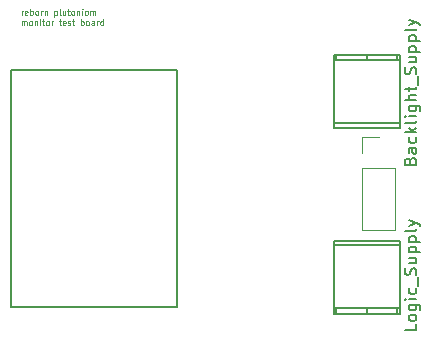
<source format=gbr>
G04 #@! TF.GenerationSoftware,KiCad,Pcbnew,no-vcs-found-be10de8~57~ubuntu16.10.1*
G04 #@! TF.CreationDate,2017-03-16T12:00:26+01:00*
G04 #@! TF.ProjectId,reborn-plutonium-monitor,7265626F726E2D706C75746F6E69756D,rev?*
G04 #@! TF.FileFunction,Legend,Top*
G04 #@! TF.FilePolarity,Positive*
%FSLAX46Y46*%
G04 Gerber Fmt 4.6, Leading zero omitted, Abs format (unit mm)*
G04 Created by KiCad (PCBNEW no-vcs-found-be10de8~57~ubuntu16.10.1) date Thu Mar 16 12:00:26 2017*
%MOMM*%
%LPD*%
G01*
G04 APERTURE LIST*
%ADD10C,0.100000*%
%ADD11C,0.125000*%
%ADD12C,0.150000*%
%ADD13C,0.120000*%
G04 APERTURE END LIST*
D10*
D11*
X187800297Y-30288690D02*
X187800297Y-29955357D01*
X187800297Y-30050595D02*
X187824107Y-30002976D01*
X187847916Y-29979166D01*
X187895535Y-29955357D01*
X187943154Y-29955357D01*
X188300297Y-30264880D02*
X188252678Y-30288690D01*
X188157440Y-30288690D01*
X188109821Y-30264880D01*
X188086011Y-30217261D01*
X188086011Y-30026785D01*
X188109821Y-29979166D01*
X188157440Y-29955357D01*
X188252678Y-29955357D01*
X188300297Y-29979166D01*
X188324107Y-30026785D01*
X188324107Y-30074404D01*
X188086011Y-30122023D01*
X188538392Y-30288690D02*
X188538392Y-29788690D01*
X188538392Y-29979166D02*
X188586011Y-29955357D01*
X188681250Y-29955357D01*
X188728869Y-29979166D01*
X188752678Y-30002976D01*
X188776488Y-30050595D01*
X188776488Y-30193452D01*
X188752678Y-30241071D01*
X188728869Y-30264880D01*
X188681250Y-30288690D01*
X188586011Y-30288690D01*
X188538392Y-30264880D01*
X189062202Y-30288690D02*
X189014583Y-30264880D01*
X188990773Y-30241071D01*
X188966964Y-30193452D01*
X188966964Y-30050595D01*
X188990773Y-30002976D01*
X189014583Y-29979166D01*
X189062202Y-29955357D01*
X189133630Y-29955357D01*
X189181250Y-29979166D01*
X189205059Y-30002976D01*
X189228869Y-30050595D01*
X189228869Y-30193452D01*
X189205059Y-30241071D01*
X189181250Y-30264880D01*
X189133630Y-30288690D01*
X189062202Y-30288690D01*
X189443154Y-30288690D02*
X189443154Y-29955357D01*
X189443154Y-30050595D02*
X189466964Y-30002976D01*
X189490773Y-29979166D01*
X189538392Y-29955357D01*
X189586011Y-29955357D01*
X189752678Y-29955357D02*
X189752678Y-30288690D01*
X189752678Y-30002976D02*
X189776488Y-29979166D01*
X189824107Y-29955357D01*
X189895535Y-29955357D01*
X189943154Y-29979166D01*
X189966964Y-30026785D01*
X189966964Y-30288690D01*
X190586011Y-29955357D02*
X190586011Y-30455357D01*
X190586011Y-29979166D02*
X190633630Y-29955357D01*
X190728869Y-29955357D01*
X190776488Y-29979166D01*
X190800297Y-30002976D01*
X190824107Y-30050595D01*
X190824107Y-30193452D01*
X190800297Y-30241071D01*
X190776488Y-30264880D01*
X190728869Y-30288690D01*
X190633630Y-30288690D01*
X190586011Y-30264880D01*
X191109821Y-30288690D02*
X191062202Y-30264880D01*
X191038392Y-30217261D01*
X191038392Y-29788690D01*
X191514583Y-29955357D02*
X191514583Y-30288690D01*
X191300297Y-29955357D02*
X191300297Y-30217261D01*
X191324107Y-30264880D01*
X191371726Y-30288690D01*
X191443154Y-30288690D01*
X191490773Y-30264880D01*
X191514583Y-30241071D01*
X191681250Y-29955357D02*
X191871726Y-29955357D01*
X191752678Y-29788690D02*
X191752678Y-30217261D01*
X191776488Y-30264880D01*
X191824107Y-30288690D01*
X191871726Y-30288690D01*
X192109821Y-30288690D02*
X192062202Y-30264880D01*
X192038392Y-30241071D01*
X192014583Y-30193452D01*
X192014583Y-30050595D01*
X192038392Y-30002976D01*
X192062202Y-29979166D01*
X192109821Y-29955357D01*
X192181250Y-29955357D01*
X192228869Y-29979166D01*
X192252678Y-30002976D01*
X192276488Y-30050595D01*
X192276488Y-30193452D01*
X192252678Y-30241071D01*
X192228869Y-30264880D01*
X192181250Y-30288690D01*
X192109821Y-30288690D01*
X192490773Y-29955357D02*
X192490773Y-30288690D01*
X192490773Y-30002976D02*
X192514583Y-29979166D01*
X192562202Y-29955357D01*
X192633630Y-29955357D01*
X192681250Y-29979166D01*
X192705059Y-30026785D01*
X192705059Y-30288690D01*
X192943154Y-30288690D02*
X192943154Y-29955357D01*
X192943154Y-29788690D02*
X192919345Y-29812500D01*
X192943154Y-29836309D01*
X192966964Y-29812500D01*
X192943154Y-29788690D01*
X192943154Y-29836309D01*
X193252678Y-30288690D02*
X193205059Y-30264880D01*
X193181250Y-30241071D01*
X193157440Y-30193452D01*
X193157440Y-30050595D01*
X193181250Y-30002976D01*
X193205059Y-29979166D01*
X193252678Y-29955357D01*
X193324107Y-29955357D01*
X193371726Y-29979166D01*
X193395535Y-30002976D01*
X193419345Y-30050595D01*
X193419345Y-30193452D01*
X193395535Y-30241071D01*
X193371726Y-30264880D01*
X193324107Y-30288690D01*
X193252678Y-30288690D01*
X193633630Y-30288690D02*
X193633630Y-29955357D01*
X193633630Y-30002976D02*
X193657440Y-29979166D01*
X193705059Y-29955357D01*
X193776488Y-29955357D01*
X193824107Y-29979166D01*
X193847916Y-30026785D01*
X193847916Y-30288690D01*
X193847916Y-30026785D02*
X193871726Y-29979166D01*
X193919345Y-29955357D01*
X193990773Y-29955357D01*
X194038392Y-29979166D01*
X194062202Y-30026785D01*
X194062202Y-30288690D01*
X187800297Y-31163690D02*
X187800297Y-30830357D01*
X187800297Y-30877976D02*
X187824107Y-30854166D01*
X187871726Y-30830357D01*
X187943154Y-30830357D01*
X187990773Y-30854166D01*
X188014583Y-30901785D01*
X188014583Y-31163690D01*
X188014583Y-30901785D02*
X188038392Y-30854166D01*
X188086011Y-30830357D01*
X188157440Y-30830357D01*
X188205059Y-30854166D01*
X188228869Y-30901785D01*
X188228869Y-31163690D01*
X188538392Y-31163690D02*
X188490773Y-31139880D01*
X188466964Y-31116071D01*
X188443154Y-31068452D01*
X188443154Y-30925595D01*
X188466964Y-30877976D01*
X188490773Y-30854166D01*
X188538392Y-30830357D01*
X188609821Y-30830357D01*
X188657440Y-30854166D01*
X188681250Y-30877976D01*
X188705059Y-30925595D01*
X188705059Y-31068452D01*
X188681250Y-31116071D01*
X188657440Y-31139880D01*
X188609821Y-31163690D01*
X188538392Y-31163690D01*
X188919345Y-30830357D02*
X188919345Y-31163690D01*
X188919345Y-30877976D02*
X188943154Y-30854166D01*
X188990773Y-30830357D01*
X189062202Y-30830357D01*
X189109821Y-30854166D01*
X189133630Y-30901785D01*
X189133630Y-31163690D01*
X189371726Y-31163690D02*
X189371726Y-30830357D01*
X189371726Y-30663690D02*
X189347916Y-30687500D01*
X189371726Y-30711309D01*
X189395535Y-30687500D01*
X189371726Y-30663690D01*
X189371726Y-30711309D01*
X189538392Y-30830357D02*
X189728869Y-30830357D01*
X189609821Y-30663690D02*
X189609821Y-31092261D01*
X189633630Y-31139880D01*
X189681250Y-31163690D01*
X189728869Y-31163690D01*
X189966964Y-31163690D02*
X189919345Y-31139880D01*
X189895535Y-31116071D01*
X189871726Y-31068452D01*
X189871726Y-30925595D01*
X189895535Y-30877976D01*
X189919345Y-30854166D01*
X189966964Y-30830357D01*
X190038392Y-30830357D01*
X190086011Y-30854166D01*
X190109821Y-30877976D01*
X190133630Y-30925595D01*
X190133630Y-31068452D01*
X190109821Y-31116071D01*
X190086011Y-31139880D01*
X190038392Y-31163690D01*
X189966964Y-31163690D01*
X190347916Y-31163690D02*
X190347916Y-30830357D01*
X190347916Y-30925595D02*
X190371726Y-30877976D01*
X190395535Y-30854166D01*
X190443154Y-30830357D01*
X190490773Y-30830357D01*
X190966964Y-30830357D02*
X191157440Y-30830357D01*
X191038392Y-30663690D02*
X191038392Y-31092261D01*
X191062202Y-31139880D01*
X191109821Y-31163690D01*
X191157440Y-31163690D01*
X191514583Y-31139880D02*
X191466964Y-31163690D01*
X191371726Y-31163690D01*
X191324107Y-31139880D01*
X191300297Y-31092261D01*
X191300297Y-30901785D01*
X191324107Y-30854166D01*
X191371726Y-30830357D01*
X191466964Y-30830357D01*
X191514583Y-30854166D01*
X191538392Y-30901785D01*
X191538392Y-30949404D01*
X191300297Y-30997023D01*
X191728869Y-31139880D02*
X191776488Y-31163690D01*
X191871726Y-31163690D01*
X191919345Y-31139880D01*
X191943154Y-31092261D01*
X191943154Y-31068452D01*
X191919345Y-31020833D01*
X191871726Y-30997023D01*
X191800297Y-30997023D01*
X191752678Y-30973214D01*
X191728869Y-30925595D01*
X191728869Y-30901785D01*
X191752678Y-30854166D01*
X191800297Y-30830357D01*
X191871726Y-30830357D01*
X191919345Y-30854166D01*
X192086011Y-30830357D02*
X192276488Y-30830357D01*
X192157440Y-30663690D02*
X192157440Y-31092261D01*
X192181250Y-31139880D01*
X192228869Y-31163690D01*
X192276488Y-31163690D01*
X192824107Y-31163690D02*
X192824107Y-30663690D01*
X192824107Y-30854166D02*
X192871726Y-30830357D01*
X192966964Y-30830357D01*
X193014583Y-30854166D01*
X193038392Y-30877976D01*
X193062202Y-30925595D01*
X193062202Y-31068452D01*
X193038392Y-31116071D01*
X193014583Y-31139880D01*
X192966964Y-31163690D01*
X192871726Y-31163690D01*
X192824107Y-31139880D01*
X193347916Y-31163690D02*
X193300297Y-31139880D01*
X193276488Y-31116071D01*
X193252678Y-31068452D01*
X193252678Y-30925595D01*
X193276488Y-30877976D01*
X193300297Y-30854166D01*
X193347916Y-30830357D01*
X193419345Y-30830357D01*
X193466964Y-30854166D01*
X193490773Y-30877976D01*
X193514583Y-30925595D01*
X193514583Y-31068452D01*
X193490773Y-31116071D01*
X193466964Y-31139880D01*
X193419345Y-31163690D01*
X193347916Y-31163690D01*
X193943154Y-31163690D02*
X193943154Y-30901785D01*
X193919345Y-30854166D01*
X193871726Y-30830357D01*
X193776488Y-30830357D01*
X193728869Y-30854166D01*
X193943154Y-31139880D02*
X193895535Y-31163690D01*
X193776488Y-31163690D01*
X193728869Y-31139880D01*
X193705059Y-31092261D01*
X193705059Y-31044642D01*
X193728869Y-30997023D01*
X193776488Y-30973214D01*
X193895535Y-30973214D01*
X193943154Y-30949404D01*
X194181250Y-31163690D02*
X194181250Y-30830357D01*
X194181250Y-30925595D02*
X194205059Y-30877976D01*
X194228869Y-30854166D01*
X194276488Y-30830357D01*
X194324107Y-30830357D01*
X194705059Y-31163690D02*
X194705059Y-30663690D01*
X194705059Y-31139880D02*
X194657440Y-31163690D01*
X194562202Y-31163690D01*
X194514583Y-31139880D01*
X194490773Y-31116071D01*
X194466964Y-31068452D01*
X194466964Y-30925595D01*
X194490773Y-30877976D01*
X194514583Y-30854166D01*
X194562202Y-30830357D01*
X194657440Y-30830357D01*
X194705059Y-30854166D01*
D12*
X200925000Y-55000000D02*
X186925000Y-55000000D01*
X186925000Y-55000000D02*
X186925000Y-35000000D01*
X186925000Y-35000000D02*
X200925000Y-35000000D01*
X200925000Y-35000000D02*
X200925000Y-55000000D01*
X214220920Y-49401200D02*
X214220920Y-55598800D01*
X219819080Y-49401200D02*
X214220920Y-49401200D01*
X219819080Y-55598800D02*
X219819080Y-49401200D01*
X214220920Y-55598800D02*
X219819080Y-55598800D01*
X214220920Y-49799980D02*
X219819080Y-49799980D01*
X217020000Y-55598800D02*
X217020000Y-55100960D01*
X219620960Y-55100960D02*
X219620960Y-55598800D01*
X214419040Y-55598800D02*
X214419040Y-55100960D01*
X219819080Y-55100960D02*
X214220920Y-55100960D01*
X214220920Y-34149040D02*
X219819080Y-34149040D01*
X219620960Y-33651200D02*
X219620960Y-34149040D01*
X214419040Y-34149040D02*
X214419040Y-33651200D01*
X217020000Y-33651200D02*
X217020000Y-34149040D01*
X219819080Y-39450020D02*
X214220920Y-39450020D01*
X219819080Y-33651200D02*
X214220920Y-33651200D01*
X214220920Y-33651200D02*
X214220920Y-39848800D01*
X214220920Y-39848800D02*
X219819080Y-39848800D01*
X219819080Y-39848800D02*
X219819080Y-33651200D01*
D13*
X216650000Y-40610000D02*
X218040000Y-40610000D01*
X216650000Y-42000000D02*
X216650000Y-40610000D01*
X219430000Y-43270000D02*
X216650000Y-43270000D01*
X219430000Y-48470000D02*
X219430000Y-43270000D01*
X216650000Y-48470000D02*
X219430000Y-48470000D01*
X216650000Y-43270000D02*
X216650000Y-48470000D01*
D12*
X221242380Y-56503047D02*
X221242380Y-56979238D01*
X220242380Y-56979238D01*
X221242380Y-56026857D02*
X221194761Y-56122095D01*
X221147142Y-56169714D01*
X221051904Y-56217333D01*
X220766190Y-56217333D01*
X220670952Y-56169714D01*
X220623333Y-56122095D01*
X220575714Y-56026857D01*
X220575714Y-55884000D01*
X220623333Y-55788761D01*
X220670952Y-55741142D01*
X220766190Y-55693523D01*
X221051904Y-55693523D01*
X221147142Y-55741142D01*
X221194761Y-55788761D01*
X221242380Y-55884000D01*
X221242380Y-56026857D01*
X220575714Y-54836380D02*
X221385238Y-54836380D01*
X221480476Y-54884000D01*
X221528095Y-54931619D01*
X221575714Y-55026857D01*
X221575714Y-55169714D01*
X221528095Y-55264952D01*
X221194761Y-54836380D02*
X221242380Y-54931619D01*
X221242380Y-55122095D01*
X221194761Y-55217333D01*
X221147142Y-55264952D01*
X221051904Y-55312571D01*
X220766190Y-55312571D01*
X220670952Y-55264952D01*
X220623333Y-55217333D01*
X220575714Y-55122095D01*
X220575714Y-54931619D01*
X220623333Y-54836380D01*
X221242380Y-54360190D02*
X220575714Y-54360190D01*
X220242380Y-54360190D02*
X220290000Y-54407809D01*
X220337619Y-54360190D01*
X220290000Y-54312571D01*
X220242380Y-54360190D01*
X220337619Y-54360190D01*
X221194761Y-53455428D02*
X221242380Y-53550666D01*
X221242380Y-53741142D01*
X221194761Y-53836380D01*
X221147142Y-53884000D01*
X221051904Y-53931619D01*
X220766190Y-53931619D01*
X220670952Y-53884000D01*
X220623333Y-53836380D01*
X220575714Y-53741142D01*
X220575714Y-53550666D01*
X220623333Y-53455428D01*
X221337619Y-53264952D02*
X221337619Y-52503047D01*
X221194761Y-52312571D02*
X221242380Y-52169714D01*
X221242380Y-51931619D01*
X221194761Y-51836380D01*
X221147142Y-51788761D01*
X221051904Y-51741142D01*
X220956666Y-51741142D01*
X220861428Y-51788761D01*
X220813809Y-51836380D01*
X220766190Y-51931619D01*
X220718571Y-52122095D01*
X220670952Y-52217333D01*
X220623333Y-52264952D01*
X220528095Y-52312571D01*
X220432857Y-52312571D01*
X220337619Y-52264952D01*
X220290000Y-52217333D01*
X220242380Y-52122095D01*
X220242380Y-51884000D01*
X220290000Y-51741142D01*
X220575714Y-50884000D02*
X221242380Y-50884000D01*
X220575714Y-51312571D02*
X221099523Y-51312571D01*
X221194761Y-51264952D01*
X221242380Y-51169714D01*
X221242380Y-51026857D01*
X221194761Y-50931619D01*
X221147142Y-50884000D01*
X220575714Y-50407809D02*
X221575714Y-50407809D01*
X220623333Y-50407809D02*
X220575714Y-50312571D01*
X220575714Y-50122095D01*
X220623333Y-50026857D01*
X220670952Y-49979238D01*
X220766190Y-49931619D01*
X221051904Y-49931619D01*
X221147142Y-49979238D01*
X221194761Y-50026857D01*
X221242380Y-50122095D01*
X221242380Y-50312571D01*
X221194761Y-50407809D01*
X220575714Y-49503047D02*
X221575714Y-49503047D01*
X220623333Y-49503047D02*
X220575714Y-49407809D01*
X220575714Y-49217333D01*
X220623333Y-49122095D01*
X220670952Y-49074476D01*
X220766190Y-49026857D01*
X221051904Y-49026857D01*
X221147142Y-49074476D01*
X221194761Y-49122095D01*
X221242380Y-49217333D01*
X221242380Y-49407809D01*
X221194761Y-49503047D01*
X221242380Y-48455428D02*
X221194761Y-48550666D01*
X221099523Y-48598285D01*
X220242380Y-48598285D01*
X220575714Y-48169714D02*
X221242380Y-47931619D01*
X220575714Y-47693523D02*
X221242380Y-47931619D01*
X221480476Y-48026857D01*
X221528095Y-48074476D01*
X221575714Y-48169714D01*
X220718571Y-42651904D02*
X220766190Y-42509047D01*
X220813809Y-42461428D01*
X220909047Y-42413809D01*
X221051904Y-42413809D01*
X221147142Y-42461428D01*
X221194761Y-42509047D01*
X221242380Y-42604285D01*
X221242380Y-42985238D01*
X220242380Y-42985238D01*
X220242380Y-42651904D01*
X220290000Y-42556666D01*
X220337619Y-42509047D01*
X220432857Y-42461428D01*
X220528095Y-42461428D01*
X220623333Y-42509047D01*
X220670952Y-42556666D01*
X220718571Y-42651904D01*
X220718571Y-42985238D01*
X221242380Y-41556666D02*
X220718571Y-41556666D01*
X220623333Y-41604285D01*
X220575714Y-41699523D01*
X220575714Y-41890000D01*
X220623333Y-41985238D01*
X221194761Y-41556666D02*
X221242380Y-41651904D01*
X221242380Y-41890000D01*
X221194761Y-41985238D01*
X221099523Y-42032857D01*
X221004285Y-42032857D01*
X220909047Y-41985238D01*
X220861428Y-41890000D01*
X220861428Y-41651904D01*
X220813809Y-41556666D01*
X221194761Y-40651904D02*
X221242380Y-40747142D01*
X221242380Y-40937619D01*
X221194761Y-41032857D01*
X221147142Y-41080476D01*
X221051904Y-41128095D01*
X220766190Y-41128095D01*
X220670952Y-41080476D01*
X220623333Y-41032857D01*
X220575714Y-40937619D01*
X220575714Y-40747142D01*
X220623333Y-40651904D01*
X221242380Y-40223333D02*
X220242380Y-40223333D01*
X220861428Y-40128095D02*
X221242380Y-39842380D01*
X220575714Y-39842380D02*
X220956666Y-40223333D01*
X221242380Y-39270952D02*
X221194761Y-39366190D01*
X221099523Y-39413809D01*
X220242380Y-39413809D01*
X221242380Y-38890000D02*
X220575714Y-38890000D01*
X220242380Y-38890000D02*
X220290000Y-38937619D01*
X220337619Y-38890000D01*
X220290000Y-38842380D01*
X220242380Y-38890000D01*
X220337619Y-38890000D01*
X220575714Y-37985238D02*
X221385238Y-37985238D01*
X221480476Y-38032857D01*
X221528095Y-38080476D01*
X221575714Y-38175714D01*
X221575714Y-38318571D01*
X221528095Y-38413809D01*
X221194761Y-37985238D02*
X221242380Y-38080476D01*
X221242380Y-38270952D01*
X221194761Y-38366190D01*
X221147142Y-38413809D01*
X221051904Y-38461428D01*
X220766190Y-38461428D01*
X220670952Y-38413809D01*
X220623333Y-38366190D01*
X220575714Y-38270952D01*
X220575714Y-38080476D01*
X220623333Y-37985238D01*
X221242380Y-37509047D02*
X220242380Y-37509047D01*
X221242380Y-37080476D02*
X220718571Y-37080476D01*
X220623333Y-37128095D01*
X220575714Y-37223333D01*
X220575714Y-37366190D01*
X220623333Y-37461428D01*
X220670952Y-37509047D01*
X220575714Y-36747142D02*
X220575714Y-36366190D01*
X220242380Y-36604285D02*
X221099523Y-36604285D01*
X221194761Y-36556666D01*
X221242380Y-36461428D01*
X221242380Y-36366190D01*
X221337619Y-36270952D02*
X221337619Y-35509047D01*
X221194761Y-35318571D02*
X221242380Y-35175714D01*
X221242380Y-34937619D01*
X221194761Y-34842380D01*
X221147142Y-34794761D01*
X221051904Y-34747142D01*
X220956666Y-34747142D01*
X220861428Y-34794761D01*
X220813809Y-34842380D01*
X220766190Y-34937619D01*
X220718571Y-35128095D01*
X220670952Y-35223333D01*
X220623333Y-35270952D01*
X220528095Y-35318571D01*
X220432857Y-35318571D01*
X220337619Y-35270952D01*
X220290000Y-35223333D01*
X220242380Y-35128095D01*
X220242380Y-34890000D01*
X220290000Y-34747142D01*
X220575714Y-33890000D02*
X221242380Y-33890000D01*
X220575714Y-34318571D02*
X221099523Y-34318571D01*
X221194761Y-34270952D01*
X221242380Y-34175714D01*
X221242380Y-34032857D01*
X221194761Y-33937619D01*
X221147142Y-33890000D01*
X220575714Y-33413809D02*
X221575714Y-33413809D01*
X220623333Y-33413809D02*
X220575714Y-33318571D01*
X220575714Y-33128095D01*
X220623333Y-33032857D01*
X220670952Y-32985238D01*
X220766190Y-32937619D01*
X221051904Y-32937619D01*
X221147142Y-32985238D01*
X221194761Y-33032857D01*
X221242380Y-33128095D01*
X221242380Y-33318571D01*
X221194761Y-33413809D01*
X220575714Y-32509047D02*
X221575714Y-32509047D01*
X220623333Y-32509047D02*
X220575714Y-32413809D01*
X220575714Y-32223333D01*
X220623333Y-32128095D01*
X220670952Y-32080476D01*
X220766190Y-32032857D01*
X221051904Y-32032857D01*
X221147142Y-32080476D01*
X221194761Y-32128095D01*
X221242380Y-32223333D01*
X221242380Y-32413809D01*
X221194761Y-32509047D01*
X221242380Y-31461428D02*
X221194761Y-31556666D01*
X221099523Y-31604285D01*
X220242380Y-31604285D01*
X220575714Y-31175714D02*
X221242380Y-30937619D01*
X220575714Y-30699523D02*
X221242380Y-30937619D01*
X221480476Y-31032857D01*
X221528095Y-31080476D01*
X221575714Y-31175714D01*
M02*

</source>
